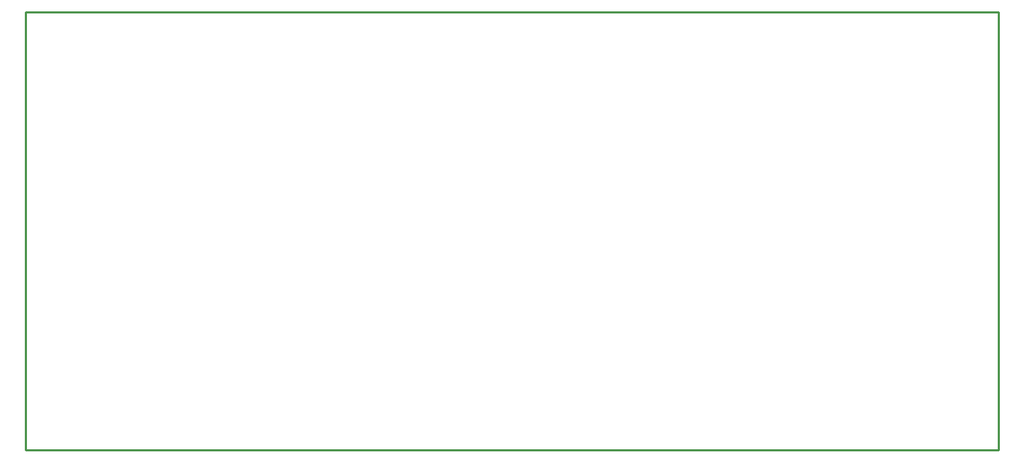
<source format=gko>
G04 Layer: BoardOutline*
G04 EasyEDA v6.4.19.5, 2021-06-03T13:00:10+02:00*
G04 3a470d2b41ee429cb137c5c572919131,563db0ff5b334ec4995e7372edb549dc,10*
G04 Gerber Generator version 0.2*
G04 Scale: 100 percent, Rotated: No, Reflected: No *
G04 Dimensions in millimeters *
G04 leading zeros omitted , absolute positions ,4 integer and 5 decimal *
%FSLAX45Y45*%
%MOMM*%

%ADD10C,0.2540*%
D10*
X12509500Y13258800D02*
G01*
X13258797Y13258800D01*
X1651000Y13258800D02*
G01*
X12509500Y13258800D01*
X12509500Y8026400D02*
G01*
X13258797Y8026400D01*
X13258797Y13258800D02*
G01*
X13258797Y8026400D01*
X12509500Y8026400D02*
G01*
X1651000Y8026400D01*
X1651000Y13258800D01*

%LPD*%
M02*

</source>
